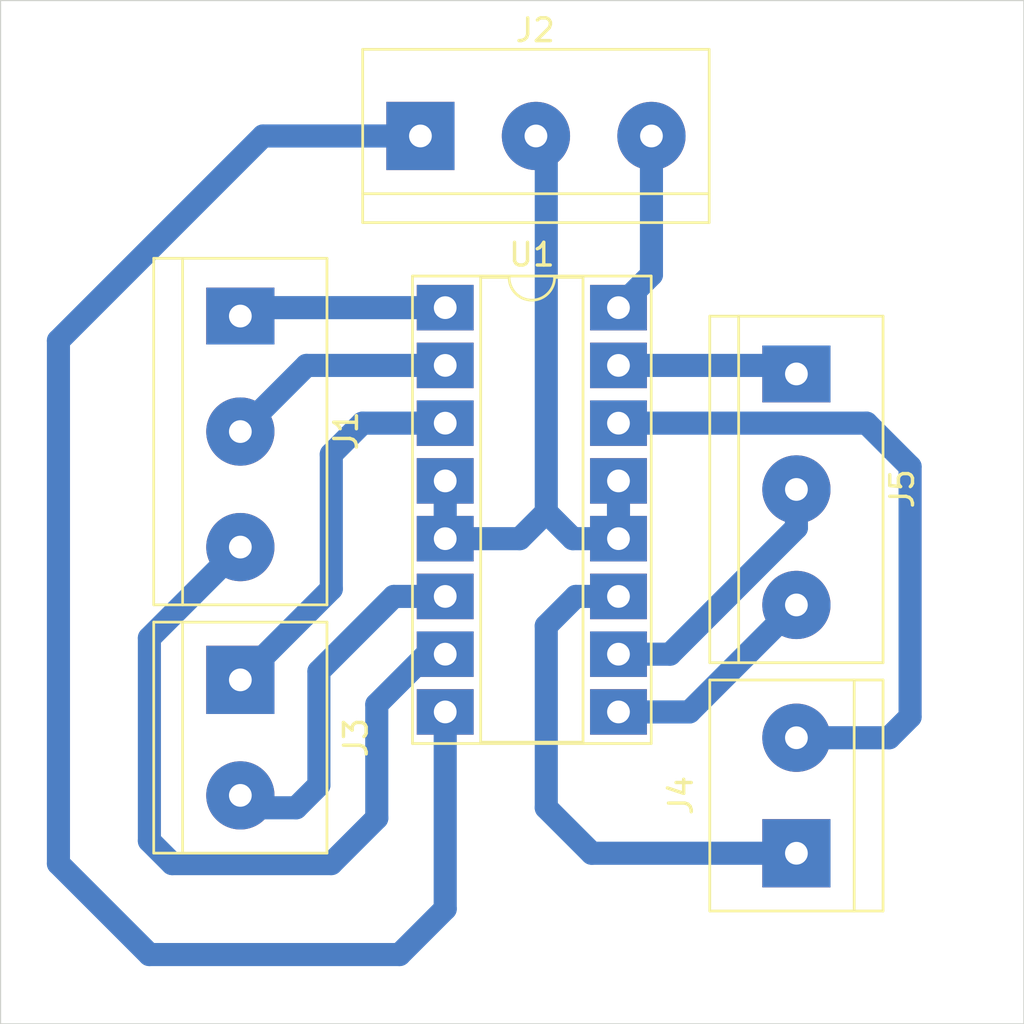
<source format=kicad_pcb>
(kicad_pcb (version 20240108) (generator "pcbnew") (generator_version "8.0")
  (layers (0 "F.Cu" signal) (31 "B.Cu" signal) (34 "B.Paste" user) (35 "F.Paste" user) (36 "B.SilkS" user "B.Silkscreen") (37 "F.SilkS" user "F.Silkscreen") (38 "B.Mask" user) (39 "F.Mask" user) (44 "Edge.Cuts" user))
  (net 0 "")
  (net 1 "+5V")
  (net 2 "GND")
  (net 3 "+6V")
  (net 4 "Net-(J3-Pin_2)")
  (net 5 "Net-(J3-Pin_1)")
  (net 6 "Net-(J4-Pin_2)")
  (net 7 "Net-(J4-Pin_1)")
  (net 8 "PWM1")
  (net 9 "IN1")
  (net 10 "IN2")
  (net 11 "IN3")
  (net 12 "PWM2")
  (net 13 "IN4")
  (footprint "TerminalBlock:TerminalBlock_bornier-3_P5.08mm" (layer "F.Cu") (at 83.545 60.375 -90)
    (property "Reference" "J1" (at 5.05 -4.65 90) (layer "F.SilkS"))
    (property "Value" "Screw_Terminal_01x03")
    (fp_line (start -2.54 3.81) (end 12.7 3.81) (stroke (width 0.12)) (layer "F.SilkS"))
    (fp_line (start -2.54 3.81) (end -2.54 -3.81) (stroke (width 0.12)) (layer "F.SilkS"))
    (fp_line (start 12.7 3.81) (end 12.7 -3.81) (stroke (width 0.12)) (layer "F.SilkS"))
    (fp_line (start -2.54 2.54) (end 12.7 2.54) (stroke (width 0.12)) (layer "F.SilkS"))
    (fp_line (start -2.54 -3.81) (end 12.7 -3.81) (stroke (width 0.12)) (layer "F.SilkS"))
    (pad "1" thru_hole rect (at 0 0 270) (size 2.5 3) (drill 1) (layers "*.Cu" "*.Mask") (net 8 "PWM1"))
    (pad "2" thru_hole circle (at 5.08 0 270) (size 3 3) (drill 1) (layers "*.Cu" "*.Mask") (net 9 "IN1"))
    (pad "3" thru_hole circle (at 10.16 0 270) (size 3 3) (drill 1) (layers "*.Cu" "*.Mask") (net 10 "IN2"))
  )
  (footprint "TerminalBlock:TerminalBlock_bornier-3_P5.08mm" (layer "F.Cu") (at 91.465 52.455)
    (property "Reference" "J2" (at 5.05 -4.65 0) (layer "F.SilkS"))
    (property "Value" "FONTE")
    (fp_line (start -2.54 -3.81) (end 12.7 -3.81) (stroke (width 0.12)) (layer "F.SilkS"))
    (fp_line (start -2.54 2.54) (end 12.7 2.54) (stroke (width 0.12)) (layer "F.SilkS"))
    (fp_line (start -2.54 3.81) (end -2.54 -3.81) (stroke (width 0.12)) (layer "F.SilkS"))
    (fp_line (start -2.54 3.81) (end 12.7 3.81) (stroke (width 0.12)) (layer "F.SilkS"))
    (fp_line (start 12.7 3.81) (end 12.7 -3.81) (stroke (width 0.12)) (layer "F.SilkS"))
    (pad "1" thru_hole rect (at 0 0) (size 3 3) (drill 1) (layers "*.Cu" "*.Mask") (net 3 "+6V"))
    (pad "2" thru_hole oval (at 5.08 0) (size 3 3) (drill 1) (layers "*.Cu" "*.Mask" "Eco2.User") (net 2 "GND"))
    (pad "3" thru_hole oval (at 10.16 0) (size 3 3) (drill 1) (layers "*.Cu" "*.Mask") (net 1 "+5V"))
  )
  (footprint "TerminalBlock:TerminalBlock_bornier-2_P5.08mm" (layer "F.Cu") (at 108 84 90)
    (property "Reference" "J4" (at 2.54 -5.08 90) (layer "F.SilkS"))
    (property "Value" "MOTOR2")
    (fp_line (start 7.62 -3.81) (end -2.54 -3.81) (stroke (width 0.12)) (layer "F.SilkS"))
    (fp_line (start -2.54 -3.81) (end -2.54 3.81) (stroke (width 0.12)) (layer "F.SilkS"))
    (fp_line (start 7.62 2.54) (end -2.54 2.54) (stroke (width 0.12)) (layer "F.SilkS"))
    (fp_line (start 7.62 3.81) (end 7.62 -3.81) (stroke (width 0.12)) (layer "F.SilkS"))
    (fp_line (start -2.54 3.81) (end 7.62 3.81) (stroke (width 0.12)) (layer "F.SilkS"))
    (pad "1" thru_hole rect (at 0 0 90) (size 3 3) (drill 1) (layers "*.Cu" "*.Mask") (net 7 "Net-(J4-Pin_1)"))
    (pad "2" thru_hole circle (at 5.08 0 90) (size 3 3) (drill 1) (layers "*.Cu" "*.Mask") (net 6 "Net-(J4-Pin_2)"))
  )
  (footprint "TerminalBlock:TerminalBlock_bornier-3_P5.08mm" (layer "F.Cu") (at 108 62.92 -90)
    (property "Reference" "J5" (at 5.05 -4.65 90) (layer "F.SilkS"))
    (property "Value" "Screw_Terminal_01x03")
    (fp_line (start -2.54 3.81) (end 12.7 3.81) (stroke (width 0.12)) (layer "F.SilkS"))
    (fp_line (start -2.54 3.81) (end -2.54 -3.81) (stroke (width 0.12)) (layer "F.SilkS"))
    (fp_line (start 12.7 3.81) (end 12.7 -3.81) (stroke (width 0.12)) (layer "F.SilkS"))
    (fp_line (start -2.54 2.54) (end 12.7 2.54) (stroke (width 0.12)) (layer "F.SilkS"))
    (fp_line (start -2.54 -3.81) (end 12.7 -3.81) (stroke (width 0.12)) (layer "F.SilkS"))
    (pad "1" thru_hole rect (at 0 0 270) (size 2.5 3) (drill 1) (layers "*.Cu" "*.Mask") (net 13 "IN4"))
    (pad "2" thru_hole circle (at 5.08 0 270) (size 3 3) (drill 1) (layers "*.Cu" "*.Mask" "Eco1.User") (net 11 "IN3"))
    (pad "3" thru_hole circle (at 10.16 0 270) (size 3 3) (drill 1) (layers "*.Cu" "*.Mask") (net 12 "PWM2"))
  )
  (footprint "TerminalBlock:TerminalBlock_bornier-2_P5.08mm" (layer "F.Cu") (at 83.545 76.375 -90)
    (property "Reference" "J3" (at 2.54 -5.08 90) (layer "F.SilkS"))
    (property "Value" "MOTOR1")
    (fp_line (start -2.54 3.81) (end 7.62 3.81) (stroke (width 0.12)) (layer "F.SilkS"))
    (fp_line (start 7.62 3.81) (end 7.62 -3.81) (stroke (width 0.12)) (layer "F.SilkS"))
    (fp_line (start 7.62 2.54) (end -2.54 2.54) (stroke (width 0.12)) (layer "F.SilkS"))
    (fp_line (start -2.54 -3.81) (end -2.54 3.81) (stroke (width 0.12)) (layer "F.SilkS"))
    (fp_line (start 7.62 -3.81) (end -2.54 -3.81) (stroke (width 0.12)) (layer "F.SilkS"))
    (pad "1" thru_hole rect (at 0 0 270) (size 3 3) (drill 1) (layers "*.Cu" "*.Mask") (net 5 "Net-(J3-Pin_1)"))
    (pad "2" thru_hole circle (at 5.08 0 270) (size 3 3) (drill 1) (layers "*.Cu" "*.Mask") (net 4 "Net-(J3-Pin_2)"))
  )
  (footprint "Package_DIP:DIP-16_W7.62mm_Socket_LongPads" (layer "F.Cu") (at 92.555 60.005)
    (property "Reference" "U1" (at 3.81 -2.33 0) (layer "F.SilkS"))
    (property "Value" "L293D")
    (fp_line (start -1.44 -1.39) (end -1.44 19.17) (stroke (width 0.12)) (layer "F.SilkS"))
    (fp_line (start -1.44 19.17) (end 9.06 19.17) (stroke (width 0.12)) (layer "F.SilkS"))
    (fp_line (start 1.56 -1.33) (end 1.56 19.11) (stroke (width 0.12)) (layer "F.SilkS"))
    (fp_line (start 1.56 19.11) (end 6.06 19.11) (stroke (width 0.12)) (layer "F.SilkS"))
    (fp_line (start 2.81 -1.33) (end 1.56 -1.33) (stroke (width 0.12)) (layer "F.SilkS"))
    (fp_line (start 6.06 -1.33) (end 4.81 -1.33) (stroke (width 0.12)) (layer "F.SilkS"))
    (fp_line (start 6.06 19.11) (end 6.06 -1.33) (stroke (width 0.12)) (layer "F.SilkS"))
    (fp_line (start 9.06 -1.39) (end -1.44 -1.39) (stroke (width 0.12)) (layer "F.SilkS"))
    (fp_line (start 9.06 19.17) (end 9.06 -1.39) (stroke (width 0.12)) (layer "F.SilkS"))
    (fp_arc (start 4.81 -1.33) (mid 3.81 -0.33) (end 2.81 -1.33) (stroke (width 0.12)) (layer "F.SilkS"))
    (pad "1" thru_hole rect (at 0 0) (size 2.5 2) (drill 1) (layers "*.Cu" "B.Mask") (net 8 "PWM1"))
    (pad "2" thru_hole rect (at 0 2.54) (size 2.5 2) (drill 1) (layers "*.Cu" "*.Mask") (net 9 "IN1"))
    (pad "3" thru_hole rect (at 0 5.08) (size 2.5 2) (drill 1) (layers "*.Cu" "*.Mask") (net 5 "Net-(J3-Pin_1)"))
    (pad "4" thru_hole rect (at 0 7.62) (size 2.5 2) (drill 1) (layers "*.Cu" "*.Mask") (net 2 "GND"))
    (pad "5" thru_hole rect (at 0 10.16) (size 2.5 2) (drill 1) (layers "*.Cu" "*.Mask") (net 2 "GND"))
    (pad "6" thru_hole rect (at 0 12.7) (size 2.5 2) (drill 1) (layers "*.Cu" "*.Mask") (net 4 "Net-(J3-Pin_2)"))
    (pad "7" thru_hole rect (at 0 15.24) (size 2.5 2) (drill 1) (layers "*.Cu" "*.Mask") (net 10 "IN2"))
    (pad "8" thru_hole rect (at 0 17.78) (size 2.5 2) (drill 1) (layers "*.Cu" "*.Mask") (net 3 "+6V"))
    (pad "9" thru_hole rect (at 7.62 17.78) (size 2.5 2) (drill 1) (layers "*.Cu" "*.Mask") (net 12 "PWM2"))
    (pad "10" thru_hole rect (at 7.62 15.24) (size 2.5 2) (drill 1) (layers "*.Cu" "*.Mask") (net 11 "IN3"))
    (pad "11" thru_hole rect (at 7.62 12.7) (size 2.5 2) (drill 1) (layers "*.Cu" "*.Mask") (net 7 "Net-(J4-Pin_1)"))
    (pad "12" thru_hole rect (at 7.62 10.16) (size 2.5 2) (drill 1) (layers "*.Cu" "*.Mask") (net 2 "GND"))
    (pad "13" thru_hole rect (at 7.62 7.62) (size 2.5 2) (drill 1) (layers "*.Cu" "*.Mask") (net 2 "GND"))
    (pad "14" thru_hole rect (at 7.62 5.08) (size 2.5 2) (drill 1) (layers "*.Cu" "*.Mask") (net 6 "Net-(J4-Pin_2)"))
    (pad "15" thru_hole rect (at 7.62 2.54) (size 2.5 2) (drill 1) (layers "*.Cu" "*.Mask") (net 13 "IN4"))
    (pad "16" thru_hole rect (at 7.62 0) (size 2.5 2) (drill 1) (layers "*.Cu" "*.Mask") (net 1 "+5V"))
  )
  (gr_rect (start 73 46.5) (end 118 91.5) (stroke (width 0.05)) (fill none) (layer "Edge.Cuts"))
  (segment (start 101.625 52.455) (end 101.625 58.555) (width 1.016) (layer "B.Cu") (net 1))
  (segment (start 101.625 58.555) (end 100.175 60.005) (width 1.016) (layer "B.Cu") (net 1))
  (segment (start 100.175 70.165) (end 100.175 67.625) (width 1.016) (layer "B.Cu") (net 2))
  (segment (start 95.835 70.165) (end 97 69) (width 1.016) (layer "B.Cu") (net 2))
  (segment (start 100.175 70.165) (end 98.165 70.165) (width 1.016) (layer "B.Cu") (net 2))
  (segment (start 92.555 70.165) (end 92.555 67.625) (width 1.016) (layer "B.Cu") (net 2))
  (segment (start 97 52.91) (end 96.545 52.455) (width 1.016) (layer "B.Cu") (net 2))
  (segment (start 92.555 70.165) (end 95.835 70.165) (width 1.016) (layer "B.Cu") (net 2))
  (segment (start 98.165 70.165) (end 97 69) (width 1.016) (layer "B.Cu") (net 2))
  (segment (start 97 69) (end 97 52.91) (width 1.016) (layer "B.Cu") (net 2))
  (segment (start 75.545 61.455) (end 84.545 52.455) (width 1.016) (layer "B.Cu") (net 3))
  (segment (start 92.555 77.785) (end 92.555 86.445) (width 1.016) (layer "B.Cu") (net 3))
  (segment (start 90.545 88.455) (end 79.545 88.455) (width 1.016) (layer "B.Cu") (net 3))
  (segment (start 92.555 86.445) (end 90.545 88.455) (width 1.016) (layer "B.Cu") (net 3))
  (segment (start 84.545 52.455) (end 91.465 52.455) (width 1.016) (layer "B.Cu") (net 3))
  (segment (start 75.545 84.455) (end 75.545 61.455) (width 1.016) (layer "B.Cu") (net 3))
  (segment (start 79.545 88.455) (end 75.545 84.455) (width 1.016) (layer "B.Cu") (net 3))
  (segment (start 83.805 81.455) (end 83.545 81.455) (width 1) (layer "B.Cu") (net 4))
  (segment (start 84.09 82) (end 83.545 81.455) (width 1.016) (layer "B.Cu") (net 4))
  (segment (start 90.295 72.705) (end 87 76) (width 1.016) (layer "B.Cu") (net 4))
  (segment (start 87 76) (end 87 81) (width 1.016) (layer "B.Cu") (net 4))
  (segment (start 86 82) (end 84.09 82) (width 1.016) (layer "B.Cu") (net 4))
  (segment (start 92.555 72.705) (end 90.295 72.705) (width 1.016) (layer "B.Cu") (net 4))
  (segment (start 87 81) (end 86 82) (width 1.016) (layer "B.Cu") (net 4))
  (segment (start 87.545 66.455) (end 87.545 72.375) (width 1.016) (layer "B.Cu") (net 5))
  (segment (start 87.545 72.375) (end 83.545 76.375) (width 1.016) (layer "B.Cu") (net 5))
  (segment (start 92.555 65.085) (end 88.915 65.085) (width 1.016) (layer "B.Cu") (net 5))
  (segment (start 88.915 65.085) (end 87.545 66.455) (width 1.016) (layer "B.Cu") (net 5))
  (segment (start 111.085 65.085) (end 113 67) (width 1.016) (layer "B.Cu") (net 6))
  (segment (start 100.175 65.085) (end 111.085 65.085) (width 1.016) (layer "B.Cu") (net 6))
  (segment (start 100.218 65.128) (end 100.175 65.085) (width 1.016) (layer "B.Cu") (net 6))
  (segment (start 113 67) (end 113 78) (width 1.016) (layer "B.Cu") (net 6))
  (segment (start 112.08 78.92) (end 108 78.92) (width 1.016) (layer "B.Cu") (net 6))
  (segment (start 113 78) (end 112.08 78.92) (width 1.016) (layer "B.Cu") (net 6))
  (segment (start 97 82) (end 99 84) (width 1.016) (layer "B.Cu") (net 7))
  (segment (start 99 84) (end 108 84) (width 1.016) (layer "B.Cu") (net 7))
  (segment (start 97 74) (end 97 82) (width 1.016) (layer "B.Cu") (net 7))
  (segment (start 100.175 72.705) (end 98.295 72.705) (width 1.016) (layer "B.Cu") (net 7))
  (segment (start 98.295 72.705) (end 97 74) (width 1.016) (layer "B.Cu") (net 7))
  (segment (start 92.555 60.005) (end 83.915 60.005) (width 1.016) (layer "B.Cu") (net 8))
  (segment (start 83.915 60.005) (end 83.545 60.375) (width 1.016) (layer "B.Cu") (net 8))
  (segment (start 86.455 62.545) (end 83.545 65.455) (width 1.016) (layer "B.Cu") (net 9))
  (segment (start 92.555 62.545) (end 86.455 62.545) (width 1.016) (layer "B.Cu") (net 9))
  (segment (start 89.545 77.455) (end 91.755 75.245) (width 1.016) (layer "B.Cu") (net 10))
  (segment (start 91.755 75.245) (end 92.555 75.245) (width 1.016) (layer "B.Cu") (net 10))
  (segment (start 79.545 83.455) (end 80.545 84.455) (width 1.016) (layer "B.Cu") (net 10))
  (segment (start 92.555 75.55627) (end 92.555 75.245) (width 1) (layer "B.Cu") (net 10))
  (segment (start 79.545 74.535) (end 79.545 83.455) (width 1.016) (layer "B.Cu") (net 10))
  (segment (start 89.545 82.455) (end 89.545 77.455) (width 1.016) (layer "B.Cu") (net 10))
  (segment (start 80.545 84.455) (end 87.545 84.455) (width 1.016) (layer "B.Cu") (net 10))
  (segment (start 87.545 84.455) (end 89.545 82.455) (width 1.016) (layer "B.Cu") (net 10))
  (segment (start 83.545 70.535) (end 79.545 74.535) (width 1.016) (layer "B.Cu") (net 10))
  (segment (start 100.175 75.245) (end 102.441 75.245) (width 1.016) (layer "B.Cu") (net 11))
  (segment (start 102.441 75.245) (end 108 69.686) (width 1.016) (layer "B.Cu") (net 11))
  (segment (start 108 69.686) (end 108 68) (width 1.016) (layer "B.Cu") (net 11))
  (segment (start 103.295 77.785) (end 108 73.08) (width 1.016) (layer "B.Cu") (net 12))
  (segment (start 100.175 77.785) (end 103.295 77.785) (width 1.016) (layer "B.Cu") (net 12))
  (segment (start 107.625 62.545) (end 108 62.92) (width 1.016) (layer "B.Cu") (net 13))
  (segment (start 100.175 62.545) (end 107.625 62.545) (width 1.016) (layer "B.Cu") (net 13))
)
</source>
